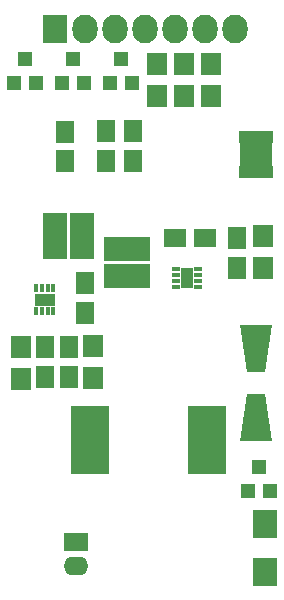
<source format=gbs>
G04 #@! TF.FileFunction,Soldermask,Bot*
%FSLAX46Y46*%
G04 Gerber Fmt 4.6, Leading zero omitted, Abs format (unit mm)*
G04 Created by KiCad (PCBNEW 4.0.4-stable) date 01/25/17 01:32:59*
%MOMM*%
%LPD*%
G01*
G04 APERTURE LIST*
%ADD10C,0.100000*%
%ADD11R,1.740000X1.040000*%
%ADD12R,0.390000X0.640000*%
%ADD13R,3.300000X5.800000*%
%ADD14R,1.650000X1.900000*%
%ADD15R,1.900000X1.650000*%
%ADD16R,2.100000X4.000000*%
%ADD17R,4.000000X2.100000*%
%ADD18R,2.127200X2.432000*%
%ADD19O,2.127200X2.432000*%
%ADD20R,2.100000X1.600000*%
%ADD21O,2.100000X1.600000*%
%ADD22R,1.200100X1.200100*%
%ADD23R,1.700000X1.900000*%
%ADD24R,2.100000X2.400000*%
%ADD25R,0.600000X1.100000*%
%ADD26R,2.750000X2.180000*%
%ADD27R,1.040000X1.740000*%
%ADD28R,0.640000X0.390000*%
G04 APERTURE END LIST*
D10*
D11*
X81915000Y-57467500D03*
D12*
X82665000Y-58417500D03*
X82165000Y-58417500D03*
X81665000Y-58417500D03*
X81165000Y-58417500D03*
X81165000Y-56517500D03*
X81665000Y-56517500D03*
X82165000Y-56517500D03*
X82665000Y-56517500D03*
D13*
X95628000Y-69342000D03*
X85728000Y-69342000D03*
D14*
X84023200Y-61488000D03*
X84023200Y-63988000D03*
X85344000Y-56090500D03*
X85344000Y-58590500D03*
X87122000Y-43200000D03*
X87122000Y-45700000D03*
X89408000Y-43200000D03*
X89408000Y-45700000D03*
X83629500Y-43263500D03*
X83629500Y-45763500D03*
X98171000Y-54780500D03*
X98171000Y-52280500D03*
D15*
X92984000Y-52260500D03*
X95484000Y-52260500D03*
D10*
G36*
X98472650Y-59614460D02*
X101171350Y-59614460D01*
X100571910Y-63616180D01*
X99072090Y-63616180D01*
X98472650Y-59614460D01*
X98472650Y-59614460D01*
G37*
G36*
X101171350Y-69417540D02*
X98472650Y-69417540D01*
X99072090Y-65415820D01*
X100571910Y-65415820D01*
X101171350Y-69417540D01*
X101171350Y-69417540D01*
G37*
D16*
X82797000Y-52070000D03*
X85097000Y-52070000D03*
D17*
X88900000Y-55442500D03*
X88900000Y-53142500D03*
D18*
X82804000Y-34544000D03*
D19*
X85344000Y-34544000D03*
X87884000Y-34544000D03*
X90424000Y-34544000D03*
X92964000Y-34544000D03*
X95504000Y-34544000D03*
X98044000Y-34544000D03*
D20*
X84582000Y-77978000D03*
D21*
X84582000Y-79978000D03*
D22*
X89342000Y-39100760D03*
X87442000Y-39100760D03*
X88392000Y-37101780D03*
X85278000Y-39100760D03*
X83378000Y-39100760D03*
X84328000Y-37101780D03*
X101026000Y-73644760D03*
X99126000Y-73644760D03*
X100076000Y-71645780D03*
X81214000Y-39100760D03*
X79314000Y-39100760D03*
X80264000Y-37101780D03*
D23*
X86055200Y-61417200D03*
X86055200Y-64117200D03*
X79959200Y-61489600D03*
X79959200Y-64189600D03*
X91440000Y-40212000D03*
X91440000Y-37512000D03*
X93726000Y-40212000D03*
X93726000Y-37512000D03*
X96012000Y-40212000D03*
X96012000Y-37512000D03*
D24*
X100584000Y-80486000D03*
X100584000Y-76486000D03*
D23*
X100393500Y-54817000D03*
X100393500Y-52117000D03*
D25*
X98622000Y-43737000D03*
X99022000Y-43737000D03*
X99422000Y-43737000D03*
X99822000Y-43737000D03*
X100222000Y-43737000D03*
X100622000Y-43737000D03*
X101022000Y-43737000D03*
X101022000Y-46687000D03*
X100622000Y-46687000D03*
X100222000Y-46687000D03*
X99822000Y-46687000D03*
X99422000Y-46687000D03*
X99022000Y-46687000D03*
X98622000Y-46687000D03*
D26*
X99822000Y-45212000D03*
D27*
X93980000Y-55626000D03*
D28*
X94930000Y-54876000D03*
X94930000Y-55376000D03*
X94930000Y-55876000D03*
X94930000Y-56376000D03*
X93030000Y-56376000D03*
X93030000Y-55876000D03*
X93030000Y-55376000D03*
X93030000Y-54876000D03*
D14*
X81991200Y-61488000D03*
X81991200Y-63988000D03*
M02*

</source>
